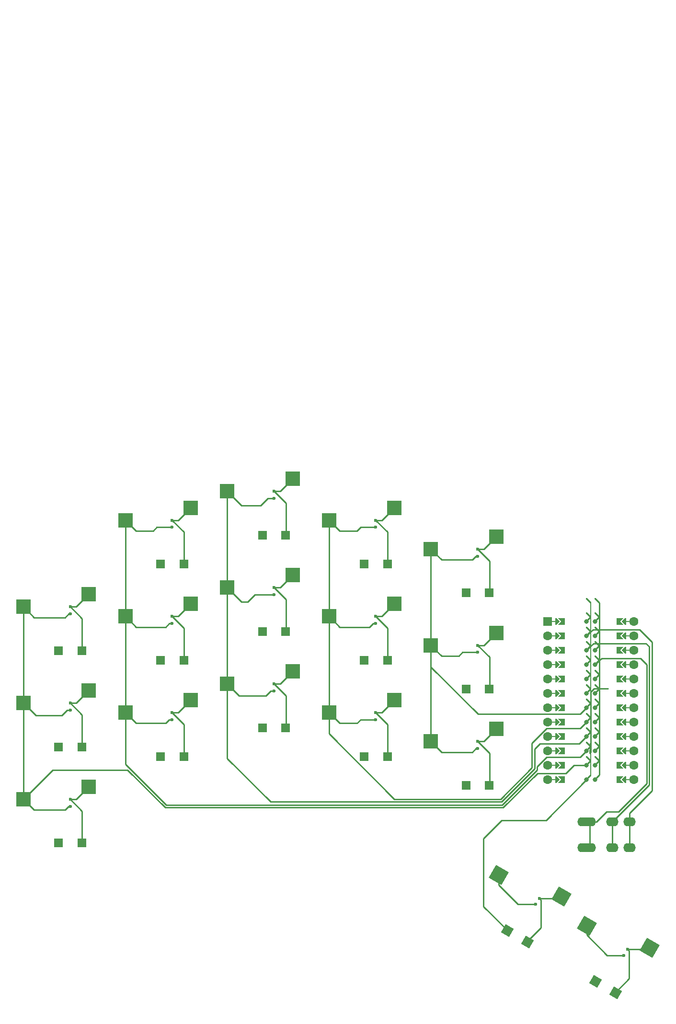
<source format=gbr>
%TF.GenerationSoftware,KiCad,Pcbnew,(6.0.6-1)-1*%
%TF.CreationDate,2022-08-23T15:24:18-05:00*%
%TF.ProjectId,smcboard,736d6362-6f61-4726-942e-6b696361645f,v1.0.0*%
%TF.SameCoordinates,Original*%
%TF.FileFunction,Copper,L1,Top*%
%TF.FilePolarity,Positive*%
%FSLAX46Y46*%
G04 Gerber Fmt 4.6, Leading zero omitted, Abs format (unit mm)*
G04 Created by KiCad (PCBNEW (6.0.6-1)-1) date 2022-08-23 15:24:18*
%MOMM*%
%LPD*%
G01*
G04 APERTURE LIST*
G04 Aperture macros list*
%AMRotRect*
0 Rectangle, with rotation*
0 The origin of the aperture is its center*
0 $1 length*
0 $2 width*
0 $3 Rotation angle, in degrees counterclockwise*
0 Add horizontal line*
21,1,$1,$2,0,0,$3*%
%AMFreePoly0*
4,1,6,0.600000,0.200000,0.000000,-0.400000,-0.600000,0.200000,-0.600000,0.400000,0.600000,0.400000,0.600000,0.200000,0.600000,0.200000,$1*%
%AMFreePoly1*
4,1,5,0.125000,-0.500000,-0.125000,-0.500000,-0.125000,0.500000,0.125000,0.500000,0.125000,-0.500000,0.125000,-0.500000,$1*%
%AMFreePoly2*
4,1,6,0.600000,-0.250000,-0.600000,-0.250000,-0.600000,1.000000,0.000000,0.400000,0.600000,1.000000,0.600000,-0.250000,0.600000,-0.250000,$1*%
%AMFreePoly3*
4,1,49,0.088388,4.152388,0.854389,3.386388,0.867708,3.368551,0.871189,3.365530,0.871982,3.362827,0.875852,3.357644,0.882333,3.327543,0.891000,3.298000,0.891000,0.766000,0.887805,0.743969,0.888131,0.739371,0.886780,0.736898,0.885852,0.730498,0.869154,0.704638,0.854389,0.677612,0.088388,-0.088388,0.064607,-0.106146,0.062500,-0.108253,0.061385,-0.108552,0.059644,-0.109852,
0.043810,-0.113261,0.000000,-0.125000,-0.004774,-0.123721,-0.009154,-0.124664,-0.028953,-0.117242,-0.062500,-0.108253,-0.068237,-0.102516,-0.075052,-0.099961,-0.087614,-0.083139,-0.108253,-0.062500,-0.111178,-0.051584,-0.117161,-0.043572,-0.118539,-0.024114,-0.125000,0.000000,-0.121239,0.014035,-0.122131,0.026629,-0.113759,0.041953,-0.108253,0.062500,-0.095642,0.075111,-0.088388,0.088388,
0.641000,0.817777,0.641000,3.246223,-0.088388,3.975612,-0.109852,4.004356,-0.124664,4.073154,-0.099961,4.139052,-0.043572,4.181161,0.026629,4.186131,0.088388,4.152388,0.088388,4.152388,$1*%
%AMFreePoly4*
4,1,49,0.088388,4.152388,0.850389,3.390388,0.863708,3.372551,0.867189,3.369530,0.867982,3.366827,0.871852,3.361644,0.878333,3.331543,0.887000,3.302000,0.887000,0.762000,0.883805,0.739969,0.884131,0.735371,0.882780,0.732898,0.881852,0.726498,0.865154,0.700638,0.850389,0.673612,0.088388,-0.088388,0.064607,-0.106146,0.062500,-0.108253,0.061385,-0.108552,0.059644,-0.109852,
0.043810,-0.113261,0.000000,-0.125000,-0.004774,-0.123721,-0.009154,-0.124664,-0.028953,-0.117242,-0.062500,-0.108253,-0.068237,-0.102516,-0.075052,-0.099961,-0.087614,-0.083139,-0.108253,-0.062500,-0.111178,-0.051584,-0.117161,-0.043572,-0.118539,-0.024114,-0.125000,0.000000,-0.121239,0.014035,-0.122131,0.026629,-0.113759,0.041953,-0.108253,0.062500,-0.095642,0.075111,-0.088388,0.088388,
0.637000,0.813777,0.637000,3.250223,-0.088388,3.975612,-0.109852,4.004356,-0.124664,4.073154,-0.099961,4.139052,-0.043572,4.181161,0.026629,4.186131,0.088388,4.152388,0.088388,4.152388,$1*%
G04 Aperture macros list end*
%TA.AperFunction,ComponentPad*%
%ADD10R,1.650000X1.650000*%
%TD*%
%TA.AperFunction,ComponentPad*%
%ADD11C,0.600000*%
%TD*%
%TA.AperFunction,SMDPad,CuDef*%
%ADD12RotRect,2.600000X2.600000X330.000000*%
%TD*%
%TA.AperFunction,ComponentPad*%
%ADD13RotRect,1.650000X1.650000X150.000000*%
%TD*%
%TA.AperFunction,ComponentPad*%
%ADD14RotRect,1.650000X1.650000X330.000000*%
%TD*%
%TA.AperFunction,SMDPad,CuDef*%
%ADD15R,2.600000X2.600000*%
%TD*%
%TA.AperFunction,ComponentPad*%
%ADD16O,2.200000X1.600000*%
%TD*%
%TA.AperFunction,SMDPad,CuDef*%
%ADD17FreePoly0,270.000000*%
%TD*%
%TA.AperFunction,SMDPad,CuDef*%
%ADD18FreePoly1,270.000000*%
%TD*%
%TA.AperFunction,ComponentPad*%
%ADD19C,1.600000*%
%TD*%
%TA.AperFunction,SMDPad,CuDef*%
%ADD20FreePoly0,90.000000*%
%TD*%
%TA.AperFunction,SMDPad,CuDef*%
%ADD21FreePoly1,90.000000*%
%TD*%
%TA.AperFunction,ComponentPad*%
%ADD22R,1.600000X1.600000*%
%TD*%
%TA.AperFunction,ComponentPad*%
%ADD23C,0.800000*%
%TD*%
%TA.AperFunction,SMDPad,CuDef*%
%ADD24FreePoly2,270.000000*%
%TD*%
%TA.AperFunction,SMDPad,CuDef*%
%ADD25FreePoly3,270.000000*%
%TD*%
%TA.AperFunction,SMDPad,CuDef*%
%ADD26FreePoly2,90.000000*%
%TD*%
%TA.AperFunction,SMDPad,CuDef*%
%ADD27FreePoly4,90.000000*%
%TD*%
%TA.AperFunction,Conductor*%
%ADD28C,0.250000*%
%TD*%
G04 APERTURE END LIST*
D10*
%TO.P,D6,1*%
%TO.N,P1*%
X90450000Y-49250000D03*
%TO.P,D6,2*%
%TO.N,ring_top*%
X94550000Y-49250000D03*
%TD*%
D11*
%TO.P,REF\u002A\u002A,1*%
%TO.N,P4*%
X146500000Y-64850000D03*
%TD*%
%TO.P,REF\u002A\u002A,1*%
%TO.N,P4*%
X146500000Y-47850000D03*
%TD*%
%TO.P,REF\u002A\u002A,1*%
%TO.N,P6*%
X110500000Y-71650000D03*
%TD*%
%TO.P,REF\u002A\u002A,1*%
%TO.N,P4*%
X146500000Y-81850000D03*
%TD*%
D12*
%TO.P,S16,1*%
%TO.N,near_thumb*%
X161311233Y-108034649D03*
%TO.P,S16,2*%
%TO.N,P6*%
X150208640Y-104164905D03*
%TD*%
D11*
%TO.P,REF\u002A\u002A,1*%
%TO.N,ring_bottom*%
X92500000Y-75500000D03*
%TD*%
%TO.P,REF\u002A\u002A,1*%
%TO.N,P7*%
X92500000Y-76750000D03*
%TD*%
D10*
%TO.P,D14,1*%
%TO.N,P2*%
X144450000Y-71350000D03*
%TO.P,D14,2*%
%TO.N,inner_home*%
X148550000Y-71350000D03*
%TD*%
D13*
%TO.P,D17,1*%
%TO.N,P9*%
X167313104Y-122989102D03*
D14*
%TO.P,D17,2*%
%TO.N,home_thumb*%
X170863810Y-125039102D03*
%TD*%
D15*
%TO.P,S9,1*%
%TO.N,middle_top*%
X113775000Y-34200000D03*
%TO.P,S9,2*%
%TO.N,P6*%
X102225000Y-36400000D03*
%TD*%
D11*
%TO.P,REF\u002A\u002A,1*%
%TO.N,pinky_bottom*%
X74500000Y-90800000D03*
%TD*%
%TO.P,REF\u002A\u002A,1*%
%TO.N,P8*%
X74500000Y-58050000D03*
%TD*%
D15*
%TO.P,S15,1*%
%TO.N,inner_top*%
X149775000Y-44400000D03*
%TO.P,S15,2*%
%TO.N,P4*%
X138225000Y-46600000D03*
%TD*%
D10*
%TO.P,D12,1*%
%TO.N,P1*%
X126450000Y-49250000D03*
%TO.P,D12,2*%
%TO.N,index_top*%
X130550000Y-49250000D03*
%TD*%
D11*
%TO.P,REF\u002A\u002A,1*%
%TO.N,pinky_home*%
X74500000Y-73800000D03*
%TD*%
%TO.P,REF\u002A\u002A,1*%
%TO.N,P5*%
X128500000Y-59750000D03*
%TD*%
D10*
%TO.P,D5,1*%
%TO.N,P2*%
X90450000Y-66250000D03*
%TO.P,D5,2*%
%TO.N,ring_home*%
X94550000Y-66250000D03*
%TD*%
D16*
%TO.P,REF\u002A\u002A,1*%
%TO.N,VCC*%
X165200000Y-99350000D03*
X165200000Y-94750000D03*
%TO.P,REF\u002A\u002A,2*%
X166300000Y-99350000D03*
X166300000Y-94750000D03*
%TO.P,REF\u002A\u002A,3*%
%TO.N,GND*%
X170300000Y-94750000D03*
X170300000Y-99350000D03*
%TO.P,REF\u002A\u002A,4*%
%TO.N,P0*%
X173300000Y-94750000D03*
X173300000Y-99350000D03*
%TD*%
D10*
%TO.P,D2,1*%
%TO.N,P2*%
X72450000Y-81550000D03*
%TO.P,D2,2*%
%TO.N,pinky_home*%
X76550000Y-81550000D03*
%TD*%
D11*
%TO.P,REF\u002A\u002A,1*%
%TO.N,P8*%
X74500000Y-92050000D03*
%TD*%
D15*
%TO.P,S3,1*%
%TO.N,pinky_top*%
X77775000Y-54600000D03*
%TO.P,S3,2*%
%TO.N,P8*%
X66225000Y-56800000D03*
%TD*%
D10*
%TO.P,D9,1*%
%TO.N,P1*%
X108450000Y-44150000D03*
%TO.P,D9,2*%
%TO.N,middle_top*%
X112550000Y-44150000D03*
%TD*%
D11*
%TO.P,REF\u002A\u002A,1*%
%TO.N,P6*%
X156750000Y-109384937D03*
%TD*%
%TO.P,REF\u002A\u002A,1*%
%TO.N,P7*%
X92500000Y-42750000D03*
%TD*%
D15*
%TO.P,S13,1*%
%TO.N,inner_bottom*%
X149775000Y-78400000D03*
%TO.P,S13,2*%
%TO.N,P4*%
X138225000Y-80600000D03*
%TD*%
D13*
%TO.P,D16,1*%
%TO.N,P9*%
X151724647Y-113989102D03*
D14*
%TO.P,D16,2*%
%TO.N,near_thumb*%
X155275353Y-116039102D03*
%TD*%
D10*
%TO.P,D13,1*%
%TO.N,P3*%
X144450000Y-88350000D03*
%TO.P,D13,2*%
%TO.N,inner_bottom*%
X148550000Y-88350000D03*
%TD*%
D15*
%TO.P,S14,1*%
%TO.N,inner_home*%
X149775000Y-61400000D03*
%TO.P,S14,2*%
%TO.N,P4*%
X138225000Y-63600000D03*
%TD*%
D10*
%TO.P,D10,1*%
%TO.N,P3*%
X126450000Y-83250000D03*
%TO.P,D10,2*%
%TO.N,index_bottom*%
X130550000Y-83250000D03*
%TD*%
D17*
%TO.P,MCU1,*%
%TO.N,*%
X172342000Y-61920000D03*
D18*
X172850000Y-72080000D03*
D19*
X158880000Y-74620000D03*
D18*
X172850000Y-74620000D03*
D20*
X160658000Y-64460000D03*
D19*
X174120000Y-74620000D03*
D21*
X160150000Y-61920000D03*
X160150000Y-77160000D03*
D20*
X160658000Y-69540000D03*
D17*
X172342000Y-64460000D03*
D21*
X160150000Y-79700000D03*
D17*
X172342000Y-84780000D03*
D18*
X172850000Y-69540000D03*
X172850000Y-64460000D03*
D19*
X158880000Y-79700000D03*
D17*
X172342000Y-87320000D03*
D21*
X160150000Y-67000000D03*
D22*
X158880000Y-59380000D03*
D21*
X160150000Y-72080000D03*
X160150000Y-74620000D03*
D20*
X160658000Y-82240000D03*
D19*
X158880000Y-77160000D03*
D20*
X160658000Y-67000000D03*
D18*
X172850000Y-79700000D03*
X172850000Y-87320000D03*
D19*
X174120000Y-59380000D03*
X158880000Y-64460000D03*
D17*
X172342000Y-67000000D03*
D19*
X158880000Y-87320000D03*
X158880000Y-82240000D03*
D20*
X160658000Y-72080000D03*
D17*
X172342000Y-79700000D03*
D19*
X174120000Y-84780000D03*
X174120000Y-82240000D03*
X158880000Y-59380000D03*
D17*
X172342000Y-77160000D03*
D19*
X174120000Y-61920000D03*
D17*
X172342000Y-82240000D03*
D21*
X160150000Y-84780000D03*
D19*
X174120000Y-64460000D03*
D18*
X172850000Y-67000000D03*
D20*
X160658000Y-87320000D03*
D21*
X160150000Y-64460000D03*
D18*
X172850000Y-82240000D03*
D21*
X160150000Y-69540000D03*
D18*
X172850000Y-59380000D03*
D20*
X160658000Y-59380000D03*
D21*
X160150000Y-87320000D03*
D19*
X158880000Y-84780000D03*
D21*
X160150000Y-59380000D03*
D19*
X174120000Y-87320000D03*
D17*
X172342000Y-72080000D03*
X172342000Y-59380000D03*
D18*
X172850000Y-61920000D03*
D20*
X160658000Y-84780000D03*
X160658000Y-77160000D03*
D19*
X158880000Y-67000000D03*
X158880000Y-61920000D03*
D20*
X160658000Y-74620000D03*
D17*
X172342000Y-69540000D03*
D21*
X160150000Y-82240000D03*
D19*
X158880000Y-72080000D03*
X174120000Y-72080000D03*
X174120000Y-69540000D03*
X174120000Y-77160000D03*
X174120000Y-79700000D03*
D18*
X172850000Y-84780000D03*
D20*
X160658000Y-61920000D03*
D18*
X172850000Y-77160000D03*
D17*
X172342000Y-74620000D03*
D19*
X174120000Y-67000000D03*
D20*
X160658000Y-79700000D03*
D19*
X158880000Y-69540000D03*
D23*
%TO.P,MCU1,1*%
%TO.N,RAW*%
X167262000Y-59380000D03*
D24*
X171326000Y-59380000D03*
D25*
X167262000Y-59380000D03*
%TO.P,MCU1,2*%
%TO.N,GND*%
X167262000Y-61920000D03*
D23*
X167262000Y-61920000D03*
D24*
X171326000Y-61920000D03*
%TO.P,MCU1,3*%
%TO.N,RST*%
X171326000Y-64460000D03*
D23*
X167262000Y-64460000D03*
D25*
X167262000Y-64460000D03*
D23*
%TO.P,MCU1,4*%
%TO.N,VCC*%
X167262000Y-67000000D03*
D25*
X167262000Y-67000000D03*
D24*
X171326000Y-67000000D03*
D23*
%TO.P,MCU1,5*%
%TO.N,P21*%
X167262000Y-69540000D03*
D25*
X167262000Y-69540000D03*
D24*
X171326000Y-69540000D03*
D25*
%TO.P,MCU1,6*%
%TO.N,P20*%
X167262000Y-72080000D03*
D23*
X167262000Y-72080000D03*
D24*
X171326000Y-72080000D03*
%TO.P,MCU1,7*%
%TO.N,P19*%
X171326000Y-74620000D03*
D25*
X167262000Y-74620000D03*
D23*
X167262000Y-74620000D03*
%TO.P,MCU1,8*%
%TO.N,P18*%
X167262000Y-77160000D03*
D25*
X167262000Y-77160000D03*
D24*
X171326000Y-77160000D03*
%TO.P,MCU1,9*%
%TO.N,P15*%
X171326000Y-79700000D03*
D23*
X167262000Y-79700000D03*
D25*
X167262000Y-79700000D03*
%TO.P,MCU1,10*%
%TO.N,P14*%
X167262000Y-82240000D03*
D23*
X167262000Y-82240000D03*
D24*
X171326000Y-82240000D03*
%TO.P,MCU1,11*%
%TO.N,P16*%
X171326000Y-84780000D03*
D25*
X167262000Y-84780000D03*
D23*
X167262000Y-84780000D03*
D25*
%TO.P,MCU1,12*%
%TO.N,P10*%
X167262000Y-87320000D03*
D24*
X171326000Y-87320000D03*
D23*
X167262000Y-87320000D03*
%TO.P,MCU1,13*%
%TO.N,P9*%
X165738000Y-87320000D03*
D26*
X161674000Y-87320000D03*
D27*
X165738000Y-87320000D03*
D23*
%TO.P,MCU1,14*%
%TO.N,P8*%
X165738000Y-84780000D03*
D26*
X161674000Y-84780000D03*
D27*
X165738000Y-84780000D03*
D23*
%TO.P,MCU1,15*%
%TO.N,P7*%
X165738000Y-82240000D03*
D26*
X161674000Y-82240000D03*
D27*
X165738000Y-82240000D03*
%TO.P,MCU1,16*%
%TO.N,P6*%
X165738000Y-79700000D03*
D23*
X165738000Y-79700000D03*
D26*
X161674000Y-79700000D03*
%TO.P,MCU1,17*%
%TO.N,P5*%
X161674000Y-77160000D03*
D23*
X165738000Y-77160000D03*
D27*
X165738000Y-77160000D03*
D26*
%TO.P,MCU1,18*%
%TO.N,P4*%
X161674000Y-74620000D03*
D23*
X165738000Y-74620000D03*
D27*
X165738000Y-74620000D03*
%TO.P,MCU1,19*%
%TO.N,P3*%
X165738000Y-72080000D03*
D26*
X161674000Y-72080000D03*
D23*
X165738000Y-72080000D03*
D26*
%TO.P,MCU1,20*%
%TO.N,P2*%
X161674000Y-69540000D03*
D27*
X165738000Y-69540000D03*
D23*
X165738000Y-69540000D03*
D27*
%TO.P,MCU1,21*%
%TO.N,GND*%
X165738000Y-67000000D03*
D23*
X165738000Y-67000000D03*
D26*
X161674000Y-67000000D03*
%TO.P,MCU1,22*%
X161674000Y-64460000D03*
D27*
X165738000Y-64460000D03*
D23*
X165738000Y-64460000D03*
D26*
%TO.P,MCU1,23*%
%TO.N,P0*%
X161674000Y-61920000D03*
D23*
X165738000Y-61920000D03*
D27*
X165738000Y-61920000D03*
%TO.P,MCU1,24*%
%TO.N,P1*%
X165738000Y-59380000D03*
D26*
X161674000Y-59380000D03*
D23*
X165738000Y-59380000D03*
%TD*%
D11*
%TO.P,REF\u002A\u002A,1*%
%TO.N,P6*%
X110500000Y-37650000D03*
%TD*%
%TO.P,REF\u002A\u002A,1*%
%TO.N,ring_top*%
X92500000Y-41500000D03*
%TD*%
D15*
%TO.P,S7,1*%
%TO.N,middle_bottom*%
X113775000Y-68200000D03*
%TO.P,S7,2*%
%TO.N,P6*%
X102225000Y-70400000D03*
%TD*%
D10*
%TO.P,D7,1*%
%TO.N,P3*%
X108450000Y-78150000D03*
%TO.P,D7,2*%
%TO.N,middle_bottom*%
X112550000Y-78150000D03*
%TD*%
D15*
%TO.P,S12,1*%
%TO.N,index_top*%
X131775000Y-39300000D03*
%TO.P,S12,2*%
%TO.N,P5*%
X120225000Y-41500000D03*
%TD*%
D11*
%TO.P,REF\u002A\u002A,1*%
%TO.N,P8*%
X74500000Y-75050000D03*
%TD*%
D15*
%TO.P,S6,1*%
%TO.N,ring_top*%
X95775000Y-39300000D03*
%TO.P,S6,2*%
%TO.N,P7*%
X84225000Y-41500000D03*
%TD*%
D11*
%TO.P,REF\u002A\u002A,1*%
%TO.N,P5*%
X128500000Y-76750000D03*
%TD*%
%TO.P,REF\u002A\u002A,1*%
%TO.N,inner_home*%
X146500000Y-63600000D03*
%TD*%
D15*
%TO.P,S5,1*%
%TO.N,ring_home*%
X95775000Y-56300000D03*
%TO.P,S5,2*%
%TO.N,P7*%
X84225000Y-58500000D03*
%TD*%
%TO.P,S2,1*%
%TO.N,pinky_home*%
X77775000Y-71600000D03*
%TO.P,S2,2*%
%TO.N,P8*%
X66225000Y-73800000D03*
%TD*%
D11*
%TO.P,REF\u002A\u002A,1*%
%TO.N,index_top*%
X128500000Y-41500000D03*
%TD*%
%TO.P,REF\u002A\u002A,1*%
%TO.N,index_home*%
X128500000Y-58500000D03*
%TD*%
D10*
%TO.P,D15,1*%
%TO.N,P1*%
X144450000Y-54350000D03*
%TO.P,D15,2*%
%TO.N,inner_top*%
X148550000Y-54350000D03*
%TD*%
D11*
%TO.P,REF\u002A\u002A,1*%
%TO.N,index_bottom*%
X128500000Y-75500000D03*
%TD*%
D15*
%TO.P,S1,1*%
%TO.N,pinky_bottom*%
X77775000Y-88600000D03*
%TO.P,S1,2*%
%TO.N,P8*%
X66225000Y-90800000D03*
%TD*%
%TO.P,S8,1*%
%TO.N,middle_home*%
X113775000Y-51200000D03*
%TO.P,S8,2*%
%TO.N,P6*%
X102225000Y-53400000D03*
%TD*%
D11*
%TO.P,REF\u002A\u002A,1*%
%TO.N,middle_top*%
X110500000Y-36400000D03*
%TD*%
D15*
%TO.P,S4,1*%
%TO.N,ring_bottom*%
X95775000Y-73300000D03*
%TO.P,S4,2*%
%TO.N,P7*%
X84225000Y-75500000D03*
%TD*%
D10*
%TO.P,D11,1*%
%TO.N,P2*%
X126450000Y-66250000D03*
%TO.P,D11,2*%
%TO.N,index_home*%
X130550000Y-66250000D03*
%TD*%
D11*
%TO.P,REF\u002A\u002A,1*%
%TO.N,P5*%
X128500000Y-42750000D03*
%TD*%
D10*
%TO.P,D4,1*%
%TO.N,P3*%
X90450000Y-83250000D03*
%TO.P,D4,2*%
%TO.N,ring_bottom*%
X94550000Y-83250000D03*
%TD*%
D11*
%TO.P,REF\u002A\u002A,1*%
%TO.N,near_thumb*%
X157375000Y-108302405D03*
%TD*%
%TO.P,REF\u002A\u002A,1*%
%TO.N,inner_bottom*%
X146500000Y-80600000D03*
%TD*%
%TO.P,REF\u002A\u002A,1*%
%TO.N,ring_home*%
X92500000Y-58500000D03*
%TD*%
D15*
%TO.P,S11,1*%
%TO.N,index_home*%
X131775000Y-56300000D03*
%TO.P,S11,2*%
%TO.N,P5*%
X120225000Y-58500000D03*
%TD*%
D10*
%TO.P,D3,1*%
%TO.N,P1*%
X72450000Y-64550000D03*
%TO.P,D3,2*%
%TO.N,pinky_top*%
X76550000Y-64550000D03*
%TD*%
D11*
%TO.P,REF\u002A\u002A,1*%
%TO.N,pinky_top*%
X74500000Y-56800000D03*
%TD*%
%TO.P,REF\u002A\u002A,1*%
%TO.N,home_thumb*%
X172963457Y-117302405D03*
%TD*%
%TO.P,REF\u002A\u002A,1*%
%TO.N,middle_bottom*%
X110500000Y-70400000D03*
%TD*%
%TO.P,REF\u002A\u002A,1*%
%TO.N,inner_top*%
X146500000Y-46600000D03*
%TD*%
%TO.P,REF\u002A\u002A,1*%
%TO.N,middle_home*%
X110500000Y-53400000D03*
%TD*%
%TO.P,REF\u002A\u002A,1*%
%TO.N,P6*%
X110500000Y-54650000D03*
%TD*%
D15*
%TO.P,S10,1*%
%TO.N,index_bottom*%
X131775000Y-73300000D03*
%TO.P,S10,2*%
%TO.N,P5*%
X120225000Y-75500000D03*
%TD*%
D12*
%TO.P,S17,1*%
%TO.N,home_thumb*%
X176899690Y-117034649D03*
%TO.P,S17,2*%
%TO.N,P5*%
X165797097Y-113164905D03*
%TD*%
D10*
%TO.P,D8,1*%
%TO.N,P2*%
X108450000Y-61150000D03*
%TO.P,D8,2*%
%TO.N,middle_home*%
X112550000Y-61150000D03*
%TD*%
D11*
%TO.P,REF\u002A\u002A,1*%
%TO.N,P5*%
X172338457Y-118384937D03*
%TD*%
%TO.P,REF\u002A\u002A,1*%
%TO.N,P7*%
X92500000Y-59750000D03*
%TD*%
D10*
%TO.P,D1,1*%
%TO.N,P3*%
X72450000Y-98550000D03*
%TO.P,D1,2*%
%TO.N,pinky_bottom*%
X76550000Y-98550000D03*
%TD*%
D28*
%TO.N,*%
X166500000Y-82500000D02*
X166333001Y-82666999D01*
X166500000Y-71816695D02*
X166500000Y-82500000D01*
X166333001Y-82666999D02*
X166500000Y-80250000D01*
X169500000Y-71250000D02*
X167066695Y-71250000D01*
X167066695Y-71250000D02*
X166500000Y-71816695D01*
X166500000Y-80250000D02*
X166500000Y-82500000D01*
%TO.N,pinky_bottom*%
X75575000Y-90800000D02*
X74500000Y-90800000D01*
X74500000Y-90800000D02*
X76589501Y-92889501D01*
X76589501Y-92889501D02*
X76589501Y-98370499D01*
X77775000Y-88600000D02*
X75575000Y-90800000D01*
%TO.N,P8*%
X73574999Y-92675001D02*
X74200000Y-92050000D01*
X66225000Y-73800000D02*
X66225000Y-90800000D01*
X68100001Y-92675001D02*
X73574999Y-92675001D01*
X73574999Y-58675001D02*
X74200000Y-58050000D01*
X66225000Y-73800000D02*
X68425000Y-76000000D01*
X66225000Y-56800000D02*
X66225000Y-73800000D01*
X66225000Y-90800000D02*
X68100001Y-92675001D01*
X71396195Y-85628805D02*
X84628805Y-85628805D01*
X162055000Y-86195000D02*
X163470000Y-84780000D01*
X151000000Y-92250000D02*
X157055000Y-86195000D01*
X68425000Y-76000000D02*
X72960499Y-76000000D01*
X91250000Y-92250000D02*
X151000000Y-92250000D01*
X74200000Y-58050000D02*
X74500000Y-58050000D01*
X66225000Y-56800000D02*
X68100001Y-58675001D01*
X157055000Y-86195000D02*
X162055000Y-86195000D01*
X163470000Y-84780000D02*
X165738000Y-84780000D01*
X68100001Y-58675001D02*
X73574999Y-58675001D01*
X74200000Y-92050000D02*
X74500000Y-92050000D01*
X84628805Y-85628805D02*
X91250000Y-92250000D01*
X72960499Y-76000000D02*
X73910499Y-75050000D01*
X66225000Y-90800000D02*
X71396195Y-85628805D01*
X73910499Y-75050000D02*
X74500000Y-75050000D01*
%TO.N,pinky_home*%
X74500000Y-73800000D02*
X76589501Y-75889501D01*
X75575000Y-73800000D02*
X74500000Y-73800000D01*
X76589501Y-75889501D02*
X76589501Y-81370499D01*
X77775000Y-71600000D02*
X75575000Y-73800000D01*
%TO.N,pinky_top*%
X76589501Y-58889501D02*
X76589501Y-64370499D01*
X75575000Y-56800000D02*
X74500000Y-56800000D01*
X77775000Y-54600000D02*
X75575000Y-56800000D01*
X74500000Y-56800000D02*
X76589501Y-58889501D01*
%TO.N,ring_bottom*%
X94589501Y-77589501D02*
X94589501Y-83070499D01*
X92500000Y-75500000D02*
X94589501Y-77589501D01*
X95775000Y-73300000D02*
X93575000Y-75500000D01*
X93575000Y-75500000D02*
X92500000Y-75500000D01*
%TO.N,P7*%
X84225000Y-75500000D02*
X86100001Y-77375001D01*
X84225000Y-41500000D02*
X86100001Y-43375001D01*
X157000000Y-85069009D02*
X158704009Y-83365000D01*
X84225000Y-41500000D02*
X84225000Y-58500000D01*
X91374999Y-77375001D02*
X92000000Y-76750000D01*
X84225000Y-58500000D02*
X84225000Y-75500000D01*
X84225000Y-58500000D02*
X86100001Y-60375001D01*
X89797106Y-42750000D02*
X92500000Y-42750000D01*
X84225000Y-84588604D02*
X91436396Y-91800000D01*
X157000000Y-85613604D02*
X157000000Y-85069009D01*
X91436396Y-91800000D02*
X150813604Y-91800000D01*
X92000000Y-76750000D02*
X92500000Y-76750000D01*
X89172105Y-43375001D02*
X89797106Y-42750000D01*
X158704009Y-83365000D02*
X164613000Y-83365000D01*
X86100001Y-60375001D02*
X91374999Y-60375001D01*
X150813604Y-91800000D02*
X157000000Y-85613604D01*
X86100001Y-43375001D02*
X89172105Y-43375001D01*
X164613000Y-83365000D02*
X165738000Y-82240000D01*
X92000000Y-59750000D02*
X92500000Y-59750000D01*
X84225000Y-75500000D02*
X84225000Y-84588604D01*
X91374999Y-60375001D02*
X92000000Y-59750000D01*
X86100001Y-77375001D02*
X91374999Y-77375001D01*
%TO.N,ring_home*%
X93575000Y-58500000D02*
X92500000Y-58500000D01*
X92500000Y-58500000D02*
X94589501Y-60589501D01*
X94589501Y-60589501D02*
X94589501Y-66070499D01*
X95775000Y-56300000D02*
X93575000Y-58500000D01*
%TO.N,ring_top*%
X93575000Y-41500000D02*
X92500000Y-41500000D01*
X94589501Y-43589501D02*
X94589501Y-49070499D01*
X95775000Y-39300000D02*
X93575000Y-41500000D01*
X92500000Y-41500000D02*
X94589501Y-43589501D01*
%TO.N,middle_bottom*%
X111575000Y-70400000D02*
X110500000Y-70400000D01*
X113775000Y-68200000D02*
X111575000Y-70400000D01*
X112589501Y-72489501D02*
X112589501Y-77970499D01*
X110500000Y-70400000D02*
X112589501Y-72489501D01*
%TO.N,P6*%
X105815901Y-55924099D02*
X107090000Y-54650000D01*
X107090000Y-54650000D02*
X110500000Y-54650000D01*
X164468000Y-80970000D02*
X165738000Y-79700000D01*
X102225000Y-36400000D02*
X104749099Y-38924099D01*
X109900000Y-91250000D02*
X150727208Y-91250000D01*
X150727208Y-91250000D02*
X156550000Y-85427208D01*
X156550000Y-85427208D02*
X156550000Y-81897134D01*
X102225000Y-83575000D02*
X109900000Y-91250000D01*
X109060499Y-72500000D02*
X109910499Y-71650000D01*
X102225000Y-70400000D02*
X102225000Y-83575000D01*
X109448198Y-37650000D02*
X110500000Y-37650000D01*
X104749099Y-38924099D02*
X108174099Y-38924099D01*
X150208640Y-105958640D02*
X153634937Y-109384937D01*
X102225000Y-70400000D02*
X102225000Y-53400000D01*
X102225000Y-53400000D02*
X104749099Y-55924099D01*
X150208640Y-104164905D02*
X150208640Y-105958640D01*
X108174099Y-38924099D02*
X109448198Y-37650000D01*
X102225000Y-70400000D02*
X104325000Y-72500000D01*
X156550000Y-81897134D02*
X157477134Y-80970000D01*
X104325000Y-72500000D02*
X109060499Y-72500000D01*
X104749099Y-55924099D02*
X105815901Y-55924099D01*
X153634937Y-109384937D02*
X156750000Y-109384937D01*
X102225000Y-36400000D02*
X102225000Y-53400000D01*
X157477134Y-80970000D02*
X164468000Y-80970000D01*
X109910499Y-71650000D02*
X110500000Y-71650000D01*
%TO.N,middle_home*%
X110500000Y-53400000D02*
X112589501Y-55489501D01*
X112589501Y-55489501D02*
X112589501Y-60970499D01*
X113775000Y-51200000D02*
X111575000Y-53400000D01*
X111575000Y-53400000D02*
X110500000Y-53400000D01*
%TO.N,middle_top*%
X110500000Y-36400000D02*
X112589501Y-38489501D01*
X112589501Y-38489501D02*
X112589501Y-43970499D01*
X113775000Y-34200000D02*
X111575000Y-36400000D01*
X111575000Y-36400000D02*
X110500000Y-36400000D01*
%TO.N,index_bottom*%
X129575000Y-75500000D02*
X128500000Y-75500000D01*
X131775000Y-73300000D02*
X129575000Y-75500000D01*
X128500000Y-75500000D02*
X130589501Y-77589501D01*
X130589501Y-77589501D02*
X130589501Y-83070499D01*
%TO.N,P5*%
X156100000Y-85240812D02*
X156100000Y-80889009D01*
X120225000Y-41500000D02*
X120225000Y-58500000D01*
X120225000Y-58500000D02*
X120225000Y-75500000D01*
X125172105Y-43375001D02*
X125797106Y-42750000D01*
X131800000Y-90800000D02*
X150540812Y-90800000D01*
X120225000Y-75500000D02*
X120225000Y-79225000D01*
X165797097Y-114797097D02*
X169384937Y-118384937D01*
X122100001Y-43375001D02*
X125172105Y-43375001D01*
X125172105Y-77375001D02*
X125797106Y-76750000D01*
X164613000Y-78285000D02*
X165738000Y-77160000D01*
X150540812Y-90800000D02*
X156100000Y-85240812D01*
X158704009Y-78285000D02*
X164613000Y-78285000D01*
X120225000Y-58500000D02*
X122100001Y-60375001D01*
X125797106Y-76750000D02*
X128500000Y-76750000D01*
X120225000Y-41500000D02*
X122100001Y-43375001D01*
X128000000Y-59750000D02*
X128500000Y-59750000D01*
X165797097Y-113164905D02*
X165797097Y-114797097D01*
X169384937Y-118384937D02*
X172338457Y-118384937D01*
X120225000Y-75500000D02*
X122100001Y-77375001D01*
X122100001Y-60375001D02*
X127374999Y-60375001D01*
X120225000Y-79225000D02*
X131800000Y-90800000D01*
X127374999Y-60375001D02*
X128000000Y-59750000D01*
X156100000Y-80889009D02*
X158704009Y-78285000D01*
X125797106Y-42750000D02*
X128500000Y-42750000D01*
X122100001Y-77375001D02*
X125172105Y-77375001D01*
%TO.N,index_home*%
X128500000Y-58500000D02*
X130589501Y-60589501D01*
X129575000Y-58500000D02*
X128500000Y-58500000D01*
X130589501Y-60589501D02*
X130589501Y-66070499D01*
X131775000Y-56300000D02*
X129575000Y-58500000D01*
%TO.N,index_top*%
X129575000Y-41500000D02*
X128500000Y-41500000D01*
X130589501Y-43589501D02*
X130589501Y-49070499D01*
X128500000Y-41500000D02*
X130589501Y-43589501D01*
X131775000Y-39300000D02*
X129575000Y-41500000D01*
%TO.N,inner_bottom*%
X146500000Y-80600000D02*
X148589501Y-82689501D01*
X149775000Y-78400000D02*
X147575000Y-80600000D01*
X147575000Y-80600000D02*
X146500000Y-80600000D01*
X148589501Y-82689501D02*
X148589501Y-88170499D01*
%TO.N,P4*%
X140100001Y-82475001D02*
X145524999Y-82475001D01*
X138225000Y-46600000D02*
X140100001Y-48475001D01*
X145524999Y-82475001D02*
X146150000Y-81850000D01*
X145524999Y-48475001D02*
X146150000Y-47850000D01*
X138225000Y-63600000D02*
X140100001Y-65475001D01*
X138225000Y-63600000D02*
X138225000Y-67425000D01*
X143172105Y-65475001D02*
X143797106Y-64850000D01*
X138225000Y-80600000D02*
X140100001Y-82475001D01*
X146150000Y-47850000D02*
X146500000Y-47850000D01*
X140100001Y-65475001D02*
X143172105Y-65475001D01*
X138225000Y-67425000D02*
X146545000Y-75745000D01*
X140100001Y-48475001D02*
X145524999Y-48475001D01*
X164613000Y-75745000D02*
X165738000Y-74620000D01*
X143797106Y-64850000D02*
X146500000Y-64850000D01*
X138225000Y-46600000D02*
X138225000Y-63600000D01*
X146545000Y-75745000D02*
X164613000Y-75745000D01*
X138225000Y-63600000D02*
X138225000Y-80600000D01*
X146150000Y-81850000D02*
X146500000Y-81850000D01*
%TO.N,inner_home*%
X146500000Y-63600000D02*
X148589501Y-65689501D01*
X148589501Y-65689501D02*
X148589501Y-71170499D01*
X149775000Y-61400000D02*
X147575000Y-63600000D01*
X147575000Y-63600000D02*
X146500000Y-63600000D01*
%TO.N,inner_top*%
X146500000Y-46600000D02*
X148589501Y-48689501D01*
X149775000Y-44400000D02*
X147575000Y-46600000D01*
X148589501Y-48689501D02*
X148589501Y-54170499D01*
X147575000Y-46600000D02*
X146500000Y-46600000D01*
%TO.N,near_thumb*%
X157375000Y-108302405D02*
X157675000Y-108602405D01*
X157675000Y-108602405D02*
X157675000Y-113502852D01*
X161043477Y-108302405D02*
X157375000Y-108302405D01*
X157675000Y-113502852D02*
X155188750Y-115989102D01*
X161311233Y-108034649D02*
X161043477Y-108302405D01*
%TO.N,P9*%
X151789102Y-114039102D02*
X151811250Y-114039102D01*
X147500000Y-109750000D02*
X151789102Y-114039102D01*
X147500000Y-97750000D02*
X147500000Y-109750000D01*
X158558000Y-94500000D02*
X150750000Y-94500000D01*
X165738000Y-87320000D02*
X158558000Y-94500000D01*
X150750000Y-94500000D02*
X147500000Y-97750000D01*
%TO.N,home_thumb*%
X176899690Y-117034649D02*
X176631934Y-117302405D01*
X172963457Y-117302405D02*
X173263457Y-117602405D01*
X173263457Y-117602405D02*
X173263457Y-122502852D01*
X173263457Y-122502852D02*
X170777207Y-124989102D01*
X176631934Y-117302405D02*
X172963457Y-117302405D01*
%TO.N,GND*%
X166948000Y-63250000D02*
X165738000Y-64460000D01*
X176823840Y-63823840D02*
X176250000Y-63250000D01*
X176250000Y-63250000D02*
X166948000Y-63250000D01*
X176823840Y-88226160D02*
X176823840Y-63823840D01*
X170300000Y-94750000D02*
X170300000Y-99350000D01*
X170300000Y-94750000D02*
X176823840Y-88226160D01*
%TO.N,VCC*%
X166300000Y-94750000D02*
X166300000Y-99350000D01*
X175248840Y-65875000D02*
X168387000Y-65875000D01*
X166300000Y-94750000D02*
X167500000Y-94750000D01*
X167500000Y-94750000D02*
X169250000Y-93000000D01*
X169250000Y-93000000D02*
X171413604Y-93000000D01*
X176373840Y-88039764D02*
X176373840Y-67000000D01*
X176373840Y-67000000D02*
X175248840Y-65875000D01*
X171413604Y-93000000D02*
X176373840Y-88039764D01*
X168387000Y-65875000D02*
X167262000Y-67000000D01*
%TO.N,P0*%
X173300000Y-93223840D02*
X177273840Y-89250000D01*
X173300000Y-94750000D02*
X173300000Y-99350000D01*
X166863000Y-60795000D02*
X165738000Y-61920000D01*
X177273840Y-89250000D02*
X177273840Y-63000000D01*
X175068840Y-60795000D02*
X166863000Y-60795000D01*
X173300000Y-94750000D02*
X173300000Y-93223840D01*
X177273840Y-63000000D02*
X175068840Y-60795000D01*
%TD*%
M02*

</source>
